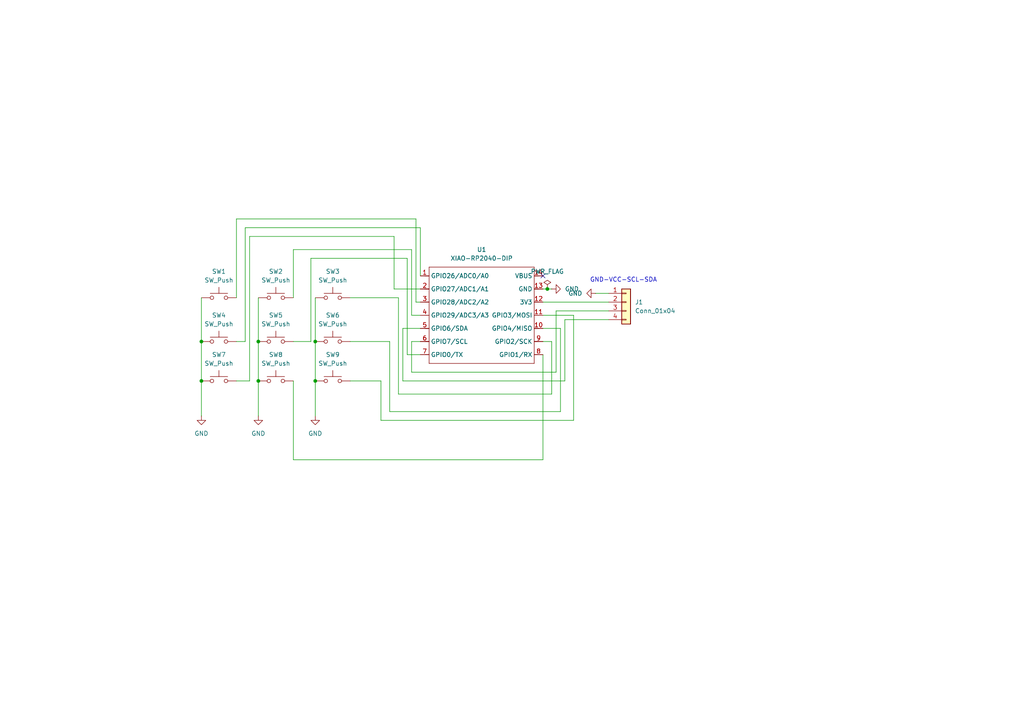
<source format=kicad_sch>
(kicad_sch
	(version 20250114)
	(generator "eeschema")
	(generator_version "9.0")
	(uuid "2e3b6c45-9207-4399-bbda-e4aa1ff54f57")
	(paper "A4")
	(lib_symbols
		(symbol "Connector_Generic:Conn_01x04"
			(pin_names
				(offset 1.016)
				(hide yes)
			)
			(exclude_from_sim no)
			(in_bom yes)
			(on_board yes)
			(property "Reference" "J"
				(at 0 5.08 0)
				(effects
					(font
						(size 1.27 1.27)
					)
				)
			)
			(property "Value" "Conn_01x04"
				(at 0 -7.62 0)
				(effects
					(font
						(size 1.27 1.27)
					)
				)
			)
			(property "Footprint" ""
				(at 0 0 0)
				(effects
					(font
						(size 1.27 1.27)
					)
					(hide yes)
				)
			)
			(property "Datasheet" "~"
				(at 0 0 0)
				(effects
					(font
						(size 1.27 1.27)
					)
					(hide yes)
				)
			)
			(property "Description" "Generic connector, single row, 01x04, script generated (kicad-library-utils/schlib/autogen/connector/)"
				(at 0 0 0)
				(effects
					(font
						(size 1.27 1.27)
					)
					(hide yes)
				)
			)
			(property "ki_keywords" "connector"
				(at 0 0 0)
				(effects
					(font
						(size 1.27 1.27)
					)
					(hide yes)
				)
			)
			(property "ki_fp_filters" "Connector*:*_1x??_*"
				(at 0 0 0)
				(effects
					(font
						(size 1.27 1.27)
					)
					(hide yes)
				)
			)
			(symbol "Conn_01x04_1_1"
				(rectangle
					(start -1.27 3.81)
					(end 1.27 -6.35)
					(stroke
						(width 0.254)
						(type default)
					)
					(fill
						(type background)
					)
				)
				(rectangle
					(start -1.27 2.667)
					(end 0 2.413)
					(stroke
						(width 0.1524)
						(type default)
					)
					(fill
						(type none)
					)
				)
				(rectangle
					(start -1.27 0.127)
					(end 0 -0.127)
					(stroke
						(width 0.1524)
						(type default)
					)
					(fill
						(type none)
					)
				)
				(rectangle
					(start -1.27 -2.413)
					(end 0 -2.667)
					(stroke
						(width 0.1524)
						(type default)
					)
					(fill
						(type none)
					)
				)
				(rectangle
					(start -1.27 -4.953)
					(end 0 -5.207)
					(stroke
						(width 0.1524)
						(type default)
					)
					(fill
						(type none)
					)
				)
				(pin passive line
					(at -5.08 2.54 0)
					(length 3.81)
					(name "Pin_1"
						(effects
							(font
								(size 1.27 1.27)
							)
						)
					)
					(number "1"
						(effects
							(font
								(size 1.27 1.27)
							)
						)
					)
				)
				(pin passive line
					(at -5.08 0 0)
					(length 3.81)
					(name "Pin_2"
						(effects
							(font
								(size 1.27 1.27)
							)
						)
					)
					(number "2"
						(effects
							(font
								(size 1.27 1.27)
							)
						)
					)
				)
				(pin passive line
					(at -5.08 -2.54 0)
					(length 3.81)
					(name "Pin_3"
						(effects
							(font
								(size 1.27 1.27)
							)
						)
					)
					(number "3"
						(effects
							(font
								(size 1.27 1.27)
							)
						)
					)
				)
				(pin passive line
					(at -5.08 -5.08 0)
					(length 3.81)
					(name "Pin_4"
						(effects
							(font
								(size 1.27 1.27)
							)
						)
					)
					(number "4"
						(effects
							(font
								(size 1.27 1.27)
							)
						)
					)
				)
			)
			(embedded_fonts no)
		)
		(symbol "Switch:SW_Push"
			(pin_numbers
				(hide yes)
			)
			(pin_names
				(offset 1.016)
				(hide yes)
			)
			(exclude_from_sim no)
			(in_bom yes)
			(on_board yes)
			(property "Reference" "SW"
				(at 1.27 2.54 0)
				(effects
					(font
						(size 1.27 1.27)
					)
					(justify left)
				)
			)
			(property "Value" "SW_Push"
				(at 0 -1.524 0)
				(effects
					(font
						(size 1.27 1.27)
					)
				)
			)
			(property "Footprint" ""
				(at 0 5.08 0)
				(effects
					(font
						(size 1.27 1.27)
					)
					(hide yes)
				)
			)
			(property "Datasheet" "~"
				(at 0 5.08 0)
				(effects
					(font
						(size 1.27 1.27)
					)
					(hide yes)
				)
			)
			(property "Description" "Push button switch, generic, two pins"
				(at 0 0 0)
				(effects
					(font
						(size 1.27 1.27)
					)
					(hide yes)
				)
			)
			(property "ki_keywords" "switch normally-open pushbutton push-button"
				(at 0 0 0)
				(effects
					(font
						(size 1.27 1.27)
					)
					(hide yes)
				)
			)
			(symbol "SW_Push_0_1"
				(circle
					(center -2.032 0)
					(radius 0.508)
					(stroke
						(width 0)
						(type default)
					)
					(fill
						(type none)
					)
				)
				(polyline
					(pts
						(xy 0 1.27) (xy 0 3.048)
					)
					(stroke
						(width 0)
						(type default)
					)
					(fill
						(type none)
					)
				)
				(circle
					(center 2.032 0)
					(radius 0.508)
					(stroke
						(width 0)
						(type default)
					)
					(fill
						(type none)
					)
				)
				(polyline
					(pts
						(xy 2.54 1.27) (xy -2.54 1.27)
					)
					(stroke
						(width 0)
						(type default)
					)
					(fill
						(type none)
					)
				)
				(pin passive line
					(at -5.08 0 0)
					(length 2.54)
					(name "1"
						(effects
							(font
								(size 1.27 1.27)
							)
						)
					)
					(number "1"
						(effects
							(font
								(size 1.27 1.27)
							)
						)
					)
				)
				(pin passive line
					(at 5.08 0 180)
					(length 2.54)
					(name "2"
						(effects
							(font
								(size 1.27 1.27)
							)
						)
					)
					(number "2"
						(effects
							(font
								(size 1.27 1.27)
							)
						)
					)
				)
			)
			(embedded_fonts no)
		)
		(symbol "gethin_symbols:XIAO-RP2040-DIP"
			(exclude_from_sim no)
			(in_bom yes)
			(on_board yes)
			(property "Reference" "U"
				(at 0 0 0)
				(effects
					(font
						(size 1.27 1.27)
					)
				)
			)
			(property "Value" "XIAO-RP2040-DIP"
				(at 5.334 -1.778 0)
				(effects
					(font
						(size 1.27 1.27)
					)
				)
			)
			(property "Footprint" "Module:MOUDLE14P-XIAO-DIP-SMD"
				(at 14.478 -32.258 0)
				(effects
					(font
						(size 1.27 1.27)
					)
					(hide yes)
				)
			)
			(property "Datasheet" ""
				(at 0 0 0)
				(effects
					(font
						(size 1.27 1.27)
					)
					(hide yes)
				)
			)
			(property "Description" ""
				(at 0 0 0)
				(effects
					(font
						(size 1.27 1.27)
					)
					(hide yes)
				)
			)
			(symbol "XIAO-RP2040-DIP_1_0"
				(polyline
					(pts
						(xy -1.27 -2.54) (xy 29.21 -2.54)
					)
					(stroke
						(width 0.1524)
						(type solid)
					)
					(fill
						(type none)
					)
				)
				(polyline
					(pts
						(xy -1.27 -5.08) (xy -2.54 -5.08)
					)
					(stroke
						(width 0.1524)
						(type solid)
					)
					(fill
						(type none)
					)
				)
				(polyline
					(pts
						(xy -1.27 -5.08) (xy -1.27 -2.54)
					)
					(stroke
						(width 0.1524)
						(type solid)
					)
					(fill
						(type none)
					)
				)
				(polyline
					(pts
						(xy -1.27 -8.89) (xy -2.54 -8.89)
					)
					(stroke
						(width 0.1524)
						(type solid)
					)
					(fill
						(type none)
					)
				)
				(polyline
					(pts
						(xy -1.27 -8.89) (xy -1.27 -5.08)
					)
					(stroke
						(width 0.1524)
						(type solid)
					)
					(fill
						(type none)
					)
				)
				(polyline
					(pts
						(xy -1.27 -12.7) (xy -2.54 -12.7)
					)
					(stroke
						(width 0.1524)
						(type solid)
					)
					(fill
						(type none)
					)
				)
				(polyline
					(pts
						(xy -1.27 -12.7) (xy -1.27 -8.89)
					)
					(stroke
						(width 0.1524)
						(type solid)
					)
					(fill
						(type none)
					)
				)
				(polyline
					(pts
						(xy -1.27 -16.51) (xy -2.54 -16.51)
					)
					(stroke
						(width 0.1524)
						(type solid)
					)
					(fill
						(type none)
					)
				)
				(polyline
					(pts
						(xy -1.27 -16.51) (xy -1.27 -12.7)
					)
					(stroke
						(width 0.1524)
						(type solid)
					)
					(fill
						(type none)
					)
				)
				(polyline
					(pts
						(xy -1.27 -20.32) (xy -2.54 -20.32)
					)
					(stroke
						(width 0.1524)
						(type solid)
					)
					(fill
						(type none)
					)
				)
				(polyline
					(pts
						(xy -1.27 -24.13) (xy -2.54 -24.13)
					)
					(stroke
						(width 0.1524)
						(type solid)
					)
					(fill
						(type none)
					)
				)
				(polyline
					(pts
						(xy -1.27 -27.94) (xy -2.54 -27.94)
					)
					(stroke
						(width 0.1524)
						(type solid)
					)
					(fill
						(type none)
					)
				)
				(polyline
					(pts
						(xy -1.27 -30.48) (xy -1.27 -16.51)
					)
					(stroke
						(width 0.1524)
						(type solid)
					)
					(fill
						(type none)
					)
				)
				(polyline
					(pts
						(xy 29.21 -2.54) (xy 29.21 -5.08)
					)
					(stroke
						(width 0.1524)
						(type solid)
					)
					(fill
						(type none)
					)
				)
				(polyline
					(pts
						(xy 29.21 -5.08) (xy 29.21 -8.89)
					)
					(stroke
						(width 0.1524)
						(type solid)
					)
					(fill
						(type none)
					)
				)
				(polyline
					(pts
						(xy 29.21 -8.89) (xy 29.21 -12.7)
					)
					(stroke
						(width 0.1524)
						(type solid)
					)
					(fill
						(type none)
					)
				)
				(polyline
					(pts
						(xy 29.21 -12.7) (xy 29.21 -30.48)
					)
					(stroke
						(width 0.1524)
						(type solid)
					)
					(fill
						(type none)
					)
				)
				(polyline
					(pts
						(xy 29.21 -30.48) (xy -1.27 -30.48)
					)
					(stroke
						(width 0.1524)
						(type solid)
					)
					(fill
						(type none)
					)
				)
				(polyline
					(pts
						(xy 30.48 -5.08) (xy 29.21 -5.08)
					)
					(stroke
						(width 0.1524)
						(type solid)
					)
					(fill
						(type none)
					)
				)
				(polyline
					(pts
						(xy 30.48 -8.89) (xy 29.21 -8.89)
					)
					(stroke
						(width 0.1524)
						(type solid)
					)
					(fill
						(type none)
					)
				)
				(polyline
					(pts
						(xy 30.48 -12.7) (xy 29.21 -12.7)
					)
					(stroke
						(width 0.1524)
						(type solid)
					)
					(fill
						(type none)
					)
				)
				(polyline
					(pts
						(xy 30.48 -16.51) (xy 29.21 -16.51)
					)
					(stroke
						(width 0.1524)
						(type solid)
					)
					(fill
						(type none)
					)
				)
				(polyline
					(pts
						(xy 30.48 -20.32) (xy 29.21 -20.32)
					)
					(stroke
						(width 0.1524)
						(type solid)
					)
					(fill
						(type none)
					)
				)
				(polyline
					(pts
						(xy 30.48 -24.13) (xy 29.21 -24.13)
					)
					(stroke
						(width 0.1524)
						(type solid)
					)
					(fill
						(type none)
					)
				)
				(polyline
					(pts
						(xy 30.48 -27.94) (xy 29.21 -27.94)
					)
					(stroke
						(width 0.1524)
						(type solid)
					)
					(fill
						(type none)
					)
				)
				(pin passive line
					(at -3.81 -5.08 0)
					(length 2.54)
					(name "GPIO26/ADC0/A0"
						(effects
							(font
								(size 1.27 1.27)
							)
						)
					)
					(number "1"
						(effects
							(font
								(size 1.27 1.27)
							)
						)
					)
				)
				(pin passive line
					(at -3.81 -8.89 0)
					(length 2.54)
					(name "GPIO27/ADC1/A1"
						(effects
							(font
								(size 1.27 1.27)
							)
						)
					)
					(number "2"
						(effects
							(font
								(size 1.27 1.27)
							)
						)
					)
				)
				(pin passive line
					(at -3.81 -12.7 0)
					(length 2.54)
					(name "GPIO28/ADC2/A2"
						(effects
							(font
								(size 1.27 1.27)
							)
						)
					)
					(number "3"
						(effects
							(font
								(size 1.27 1.27)
							)
						)
					)
				)
				(pin passive line
					(at -3.81 -16.51 0)
					(length 2.54)
					(name "GPIO29/ADC3/A3"
						(effects
							(font
								(size 1.27 1.27)
							)
						)
					)
					(number "4"
						(effects
							(font
								(size 1.27 1.27)
							)
						)
					)
				)
				(pin passive line
					(at -3.81 -20.32 0)
					(length 2.54)
					(name "GPIO6/SDA"
						(effects
							(font
								(size 1.27 1.27)
							)
						)
					)
					(number "5"
						(effects
							(font
								(size 1.27 1.27)
							)
						)
					)
				)
				(pin passive line
					(at -3.81 -24.13 0)
					(length 2.54)
					(name "GPIO7/SCL"
						(effects
							(font
								(size 1.27 1.27)
							)
						)
					)
					(number "6"
						(effects
							(font
								(size 1.27 1.27)
							)
						)
					)
				)
				(pin passive line
					(at -3.81 -27.94 0)
					(length 2.54)
					(name "GPIO0/TX"
						(effects
							(font
								(size 1.27 1.27)
							)
						)
					)
					(number "7"
						(effects
							(font
								(size 1.27 1.27)
							)
						)
					)
				)
				(pin passive line
					(at 31.75 -5.08 180)
					(length 2.54)
					(name "VBUS"
						(effects
							(font
								(size 1.27 1.27)
							)
						)
					)
					(number "14"
						(effects
							(font
								(size 1.27 1.27)
							)
						)
					)
				)
				(pin passive line
					(at 31.75 -8.89 180)
					(length 2.54)
					(name "GND"
						(effects
							(font
								(size 1.27 1.27)
							)
						)
					)
					(number "13"
						(effects
							(font
								(size 1.27 1.27)
							)
						)
					)
				)
				(pin passive line
					(at 31.75 -12.7 180)
					(length 2.54)
					(name "3V3"
						(effects
							(font
								(size 1.27 1.27)
							)
						)
					)
					(number "12"
						(effects
							(font
								(size 1.27 1.27)
							)
						)
					)
				)
				(pin passive line
					(at 31.75 -16.51 180)
					(length 2.54)
					(name "GPIO3/MOSI"
						(effects
							(font
								(size 1.27 1.27)
							)
						)
					)
					(number "11"
						(effects
							(font
								(size 1.27 1.27)
							)
						)
					)
				)
				(pin passive line
					(at 31.75 -20.32 180)
					(length 2.54)
					(name "GPIO4/MISO"
						(effects
							(font
								(size 1.27 1.27)
							)
						)
					)
					(number "10"
						(effects
							(font
								(size 1.27 1.27)
							)
						)
					)
				)
				(pin passive line
					(at 31.75 -24.13 180)
					(length 2.54)
					(name "GPIO2/SCK"
						(effects
							(font
								(size 1.27 1.27)
							)
						)
					)
					(number "9"
						(effects
							(font
								(size 1.27 1.27)
							)
						)
					)
				)
				(pin passive line
					(at 31.75 -27.94 180)
					(length 2.54)
					(name "GPIO1/RX"
						(effects
							(font
								(size 1.27 1.27)
							)
						)
					)
					(number "8"
						(effects
							(font
								(size 1.27 1.27)
							)
						)
					)
				)
			)
			(embedded_fonts no)
		)
		(symbol "power:GND"
			(power)
			(pin_numbers
				(hide yes)
			)
			(pin_names
				(offset 0)
				(hide yes)
			)
			(exclude_from_sim no)
			(in_bom yes)
			(on_board yes)
			(property "Reference" "#PWR"
				(at 0 -6.35 0)
				(effects
					(font
						(size 1.27 1.27)
					)
					(hide yes)
				)
			)
			(property "Value" "GND"
				(at 0 -3.81 0)
				(effects
					(font
						(size 1.27 1.27)
					)
				)
			)
			(property "Footprint" ""
				(at 0 0 0)
				(effects
					(font
						(size 1.27 1.27)
					)
					(hide yes)
				)
			)
			(property "Datasheet" ""
				(at 0 0 0)
				(effects
					(font
						(size 1.27 1.27)
					)
					(hide yes)
				)
			)
			(property "Description" "Power symbol creates a global label with name \"GND\" , ground"
				(at 0 0 0)
				(effects
					(font
						(size 1.27 1.27)
					)
					(hide yes)
				)
			)
			(property "ki_keywords" "global power"
				(at 0 0 0)
				(effects
					(font
						(size 1.27 1.27)
					)
					(hide yes)
				)
			)
			(symbol "GND_0_1"
				(polyline
					(pts
						(xy 0 0) (xy 0 -1.27) (xy 1.27 -1.27) (xy 0 -2.54) (xy -1.27 -1.27) (xy 0 -1.27)
					)
					(stroke
						(width 0)
						(type default)
					)
					(fill
						(type none)
					)
				)
			)
			(symbol "GND_1_1"
				(pin power_in line
					(at 0 0 270)
					(length 0)
					(name "~"
						(effects
							(font
								(size 1.27 1.27)
							)
						)
					)
					(number "1"
						(effects
							(font
								(size 1.27 1.27)
							)
						)
					)
				)
			)
			(embedded_fonts no)
		)
		(symbol "power:PWR_FLAG"
			(power)
			(pin_numbers
				(hide yes)
			)
			(pin_names
				(offset 0)
				(hide yes)
			)
			(exclude_from_sim no)
			(in_bom yes)
			(on_board yes)
			(property "Reference" "#FLG"
				(at 0 1.905 0)
				(effects
					(font
						(size 1.27 1.27)
					)
					(hide yes)
				)
			)
			(property "Value" "PWR_FLAG"
				(at 0 3.81 0)
				(effects
					(font
						(size 1.27 1.27)
					)
				)
			)
			(property "Footprint" ""
				(at 0 0 0)
				(effects
					(font
						(size 1.27 1.27)
					)
					(hide yes)
				)
			)
			(property "Datasheet" "~"
				(at 0 0 0)
				(effects
					(font
						(size 1.27 1.27)
					)
					(hide yes)
				)
			)
			(property "Description" "Special symbol for telling ERC where power comes from"
				(at 0 0 0)
				(effects
					(font
						(size 1.27 1.27)
					)
					(hide yes)
				)
			)
			(property "ki_keywords" "flag power"
				(at 0 0 0)
				(effects
					(font
						(size 1.27 1.27)
					)
					(hide yes)
				)
			)
			(symbol "PWR_FLAG_0_0"
				(pin power_out line
					(at 0 0 90)
					(length 0)
					(name "~"
						(effects
							(font
								(size 1.27 1.27)
							)
						)
					)
					(number "1"
						(effects
							(font
								(size 1.27 1.27)
							)
						)
					)
				)
			)
			(symbol "PWR_FLAG_0_1"
				(polyline
					(pts
						(xy 0 0) (xy 0 1.27) (xy -1.016 1.905) (xy 0 2.54) (xy 1.016 1.905) (xy 0 1.27)
					)
					(stroke
						(width 0)
						(type default)
					)
					(fill
						(type none)
					)
				)
			)
			(embedded_fonts no)
		)
	)
	(text "GND-VCC-SCL-SDA\n"
		(exclude_from_sim no)
		(at 180.848 81.28 0)
		(effects
			(font
				(size 1.27 1.27)
			)
		)
		(uuid "508111f0-44db-474b-a5af-f1aaa2839190")
	)
	(junction
		(at 91.44 99.06)
		(diameter 0)
		(color 0 0 0 0)
		(uuid "49c083f6-5d4e-49ac-88fe-201ce38a4ded")
	)
	(junction
		(at 74.93 99.06)
		(diameter 0)
		(color 0 0 0 0)
		(uuid "630875ae-be2f-4f12-8536-305f496d01a4")
	)
	(junction
		(at 74.93 110.49)
		(diameter 0)
		(color 0 0 0 0)
		(uuid "652ca8c3-a4f5-4669-a803-32779edeec52")
	)
	(junction
		(at 158.75 83.82)
		(diameter 0)
		(color 0 0 0 0)
		(uuid "7ce4fbcf-b0e5-4bc3-9e34-c6f5dacbc2e8")
	)
	(junction
		(at 58.42 99.06)
		(diameter 0)
		(color 0 0 0 0)
		(uuid "8de6aed8-fb68-4b69-8d48-a2cdc534d2c6")
	)
	(junction
		(at 58.42 110.49)
		(diameter 0)
		(color 0 0 0 0)
		(uuid "cc4fa666-c37b-4959-a0ff-74cd2e73116e")
	)
	(junction
		(at 91.44 110.49)
		(diameter 0)
		(color 0 0 0 0)
		(uuid "e1eab41b-287b-41ce-980a-4c3346eff43f")
	)
	(no_connect
		(at 157.48 80.01)
		(uuid "708808a1-77bf-42af-8f48-1349943e64f7")
	)
	(wire
		(pts
			(xy 172.72 85.09) (xy 176.53 85.09)
		)
		(stroke
			(width 0)
			(type default)
		)
		(uuid "025fe7c9-b449-4713-8457-314a11fe9894")
	)
	(wire
		(pts
			(xy 91.44 99.06) (xy 91.44 110.49)
		)
		(stroke
			(width 0)
			(type default)
		)
		(uuid "047a1bd8-244f-4182-aab8-36516f34d011")
	)
	(wire
		(pts
			(xy 68.58 110.49) (xy 72.39 110.49)
		)
		(stroke
			(width 0)
			(type default)
		)
		(uuid "05227baa-d2ea-4ba5-84c4-1befb24b91aa")
	)
	(wire
		(pts
			(xy 85.09 133.35) (xy 157.48 133.35)
		)
		(stroke
			(width 0)
			(type default)
		)
		(uuid "05cba8af-46d4-4106-b43b-40d8ba5bf1df")
	)
	(wire
		(pts
			(xy 119.38 72.39) (xy 119.38 91.44)
		)
		(stroke
			(width 0)
			(type default)
		)
		(uuid "06ae98f5-485a-4a0d-8a60-5a5f3182e54a")
	)
	(wire
		(pts
			(xy 90.17 74.93) (xy 118.11 74.93)
		)
		(stroke
			(width 0)
			(type default)
		)
		(uuid "09a1380f-8c21-4286-8864-dce7a5bc4c67")
	)
	(wire
		(pts
			(xy 116.84 110.49) (xy 116.84 95.25)
		)
		(stroke
			(width 0)
			(type default)
		)
		(uuid "0aaadf57-65a1-42a9-94ce-870f4ebd70e1")
	)
	(wire
		(pts
			(xy 157.48 87.63) (xy 176.53 87.63)
		)
		(stroke
			(width 0)
			(type default)
		)
		(uuid "151f0b28-505f-4b12-9c14-e9a09af722af")
	)
	(wire
		(pts
			(xy 163.83 92.71) (xy 163.83 110.49)
		)
		(stroke
			(width 0)
			(type default)
		)
		(uuid "17bdc93a-807c-4018-a8c0-6bbb01a73afe")
	)
	(wire
		(pts
			(xy 71.12 99.06) (xy 71.12 66.04)
		)
		(stroke
			(width 0)
			(type default)
		)
		(uuid "19ea8b33-46b7-4058-8334-3436c6969f9b")
	)
	(wire
		(pts
			(xy 85.09 99.06) (xy 90.17 99.06)
		)
		(stroke
			(width 0)
			(type default)
		)
		(uuid "1bd0433f-0e50-4be9-aded-a65d14cc9be3")
	)
	(wire
		(pts
			(xy 118.11 102.87) (xy 121.92 102.87)
		)
		(stroke
			(width 0)
			(type default)
		)
		(uuid "1c163637-1809-41fd-a582-33cb14b70fbd")
	)
	(wire
		(pts
			(xy 119.38 99.06) (xy 121.92 99.06)
		)
		(stroke
			(width 0)
			(type default)
		)
		(uuid "1c93fc22-e36e-4ec9-b194-1e3f5ace40c5")
	)
	(wire
		(pts
			(xy 162.56 119.38) (xy 162.56 95.25)
		)
		(stroke
			(width 0)
			(type default)
		)
		(uuid "1e3c74c6-919d-41c9-883b-a4ae0005ad26")
	)
	(wire
		(pts
			(xy 119.38 91.44) (xy 121.92 91.44)
		)
		(stroke
			(width 0)
			(type default)
		)
		(uuid "1ec9ae61-fca4-415a-8654-5bbb84c30735")
	)
	(wire
		(pts
			(xy 161.29 90.17) (xy 161.29 107.95)
		)
		(stroke
			(width 0)
			(type default)
		)
		(uuid "294467e8-a9dc-4c8e-ab1f-0bbed17d8bc7")
	)
	(wire
		(pts
			(xy 113.03 119.38) (xy 162.56 119.38)
		)
		(stroke
			(width 0)
			(type default)
		)
		(uuid "2c375365-8329-4854-a9a9-47ec32cf030c")
	)
	(wire
		(pts
			(xy 58.42 110.49) (xy 58.42 120.65)
		)
		(stroke
			(width 0)
			(type default)
		)
		(uuid "2e9f59cc-efe9-4272-bc5c-f8c8c08a606b")
	)
	(wire
		(pts
			(xy 114.3 83.82) (xy 121.92 83.82)
		)
		(stroke
			(width 0)
			(type default)
		)
		(uuid "39756b0a-3b21-40e2-8557-a2245bc10891")
	)
	(wire
		(pts
			(xy 58.42 86.36) (xy 58.42 99.06)
		)
		(stroke
			(width 0)
			(type default)
		)
		(uuid "42d2d543-bea1-49b2-85d6-894af02e540f")
	)
	(wire
		(pts
			(xy 115.57 86.36) (xy 115.57 114.3)
		)
		(stroke
			(width 0)
			(type default)
		)
		(uuid "4576ad19-9873-44f7-baec-e88f112c3da9")
	)
	(wire
		(pts
			(xy 157.48 83.82) (xy 158.75 83.82)
		)
		(stroke
			(width 0)
			(type default)
		)
		(uuid "48c57232-db82-41f3-a731-0f8ced0c5e1b")
	)
	(wire
		(pts
			(xy 119.38 107.95) (xy 119.38 99.06)
		)
		(stroke
			(width 0)
			(type default)
		)
		(uuid "4b28f9a6-469f-43bf-9edb-5672a3181b2d")
	)
	(wire
		(pts
			(xy 72.39 110.49) (xy 72.39 68.58)
		)
		(stroke
			(width 0)
			(type default)
		)
		(uuid "543d01ef-7ce7-44ec-ae52-c8ecc94bb03a")
	)
	(wire
		(pts
			(xy 115.57 114.3) (xy 160.02 114.3)
		)
		(stroke
			(width 0)
			(type default)
		)
		(uuid "5cec167b-5ff8-4131-a067-49d46bc403f3")
	)
	(wire
		(pts
			(xy 120.65 63.5) (xy 120.65 87.63)
		)
		(stroke
			(width 0)
			(type default)
		)
		(uuid "5e249349-2e42-492d-85b2-82e51c9dace7")
	)
	(wire
		(pts
			(xy 68.58 99.06) (xy 71.12 99.06)
		)
		(stroke
			(width 0)
			(type default)
		)
		(uuid "652ec845-03fc-41e5-9e3d-6362ba01ccd7")
	)
	(wire
		(pts
			(xy 166.37 121.92) (xy 166.37 91.44)
		)
		(stroke
			(width 0)
			(type default)
		)
		(uuid "657d0246-b7c0-47e8-a1e4-cab7b734aeff")
	)
	(wire
		(pts
			(xy 110.49 110.49) (xy 110.49 121.92)
		)
		(stroke
			(width 0)
			(type default)
		)
		(uuid "678de3a3-bf37-40bc-b386-3ed8099edecc")
	)
	(wire
		(pts
			(xy 68.58 86.36) (xy 68.58 63.5)
		)
		(stroke
			(width 0)
			(type default)
		)
		(uuid "6922c75d-6065-477c-8d61-f7d93b079898")
	)
	(wire
		(pts
			(xy 176.53 92.71) (xy 163.83 92.71)
		)
		(stroke
			(width 0)
			(type default)
		)
		(uuid "69ed0dec-4913-4460-9bb1-ae97e1f130e1")
	)
	(wire
		(pts
			(xy 74.93 99.06) (xy 74.93 110.49)
		)
		(stroke
			(width 0)
			(type default)
		)
		(uuid "71e8ef2a-8630-49cd-a202-584c34443b6a")
	)
	(wire
		(pts
			(xy 85.09 72.39) (xy 119.38 72.39)
		)
		(stroke
			(width 0)
			(type default)
		)
		(uuid "8ab0e2ac-4b1c-425a-8d84-af9f73af76d5")
	)
	(wire
		(pts
			(xy 71.12 66.04) (xy 121.92 66.04)
		)
		(stroke
			(width 0)
			(type default)
		)
		(uuid "8af14e99-905c-4787-8a25-0c348c8d8cf8")
	)
	(wire
		(pts
			(xy 74.93 110.49) (xy 74.93 120.65)
		)
		(stroke
			(width 0)
			(type default)
		)
		(uuid "8df6a70f-e1c1-4cdc-9d6f-f6f86443da2c")
	)
	(wire
		(pts
			(xy 68.58 63.5) (xy 120.65 63.5)
		)
		(stroke
			(width 0)
			(type default)
		)
		(uuid "a07cbcae-9f93-4c71-a972-88d0f771b0c3")
	)
	(wire
		(pts
			(xy 118.11 74.93) (xy 118.11 102.87)
		)
		(stroke
			(width 0)
			(type default)
		)
		(uuid "a6d604b9-bc6b-4468-ae86-08c66f40c8a4")
	)
	(wire
		(pts
			(xy 101.6 110.49) (xy 110.49 110.49)
		)
		(stroke
			(width 0)
			(type default)
		)
		(uuid "b369899c-a1a5-455e-acb8-90c868325bc2")
	)
	(wire
		(pts
			(xy 162.56 95.25) (xy 157.48 95.25)
		)
		(stroke
			(width 0)
			(type default)
		)
		(uuid "b70b3cb0-b981-4c0a-be80-b5e356286ebc")
	)
	(wire
		(pts
			(xy 85.09 86.36) (xy 85.09 72.39)
		)
		(stroke
			(width 0)
			(type default)
		)
		(uuid "b756e0ce-0bb7-4258-b1b5-65baba3e48d9")
	)
	(wire
		(pts
			(xy 166.37 91.44) (xy 157.48 91.44)
		)
		(stroke
			(width 0)
			(type default)
		)
		(uuid "bf13633c-211f-4dfd-ac66-497b2df4d920")
	)
	(wire
		(pts
			(xy 163.83 110.49) (xy 116.84 110.49)
		)
		(stroke
			(width 0)
			(type default)
		)
		(uuid "bff947af-b182-4d96-a458-eca791d52e87")
	)
	(wire
		(pts
			(xy 85.09 110.49) (xy 85.09 133.35)
		)
		(stroke
			(width 0)
			(type default)
		)
		(uuid "c0f17321-3f8b-4b87-b9d1-a46363f000d5")
	)
	(wire
		(pts
			(xy 120.65 87.63) (xy 121.92 87.63)
		)
		(stroke
			(width 0)
			(type default)
		)
		(uuid "c47d30e9-3deb-4a07-9860-9b30d9d94921")
	)
	(wire
		(pts
			(xy 113.03 99.06) (xy 113.03 119.38)
		)
		(stroke
			(width 0)
			(type default)
		)
		(uuid "c8a02ba2-d709-4abe-9432-e681e9f78533")
	)
	(wire
		(pts
			(xy 91.44 110.49) (xy 91.44 120.65)
		)
		(stroke
			(width 0)
			(type default)
		)
		(uuid "ce021d4b-fc70-4a1f-b1b6-a2049e00fcfd")
	)
	(wire
		(pts
			(xy 101.6 86.36) (xy 115.57 86.36)
		)
		(stroke
			(width 0)
			(type default)
		)
		(uuid "d042ea87-996d-428d-90d9-63b4fba90b37")
	)
	(wire
		(pts
			(xy 160.02 114.3) (xy 160.02 99.06)
		)
		(stroke
			(width 0)
			(type default)
		)
		(uuid "d7d10726-908e-47d2-8020-750e9abe6315")
	)
	(wire
		(pts
			(xy 91.44 86.36) (xy 91.44 99.06)
		)
		(stroke
			(width 0)
			(type default)
		)
		(uuid "d87259f8-8f62-470c-a7c7-cfeb9ec9843c")
	)
	(wire
		(pts
			(xy 72.39 68.58) (xy 114.3 68.58)
		)
		(stroke
			(width 0)
			(type default)
		)
		(uuid "d965997c-727a-4b13-b57e-ba40074e8353")
	)
	(wire
		(pts
			(xy 58.42 99.06) (xy 58.42 110.49)
		)
		(stroke
			(width 0)
			(type default)
		)
		(uuid "da58394a-6727-4052-a873-9abbe5f91653")
	)
	(wire
		(pts
			(xy 160.02 99.06) (xy 157.48 99.06)
		)
		(stroke
			(width 0)
			(type default)
		)
		(uuid "da93661e-dce0-4338-9243-2d2ff673aad0")
	)
	(wire
		(pts
			(xy 176.53 90.17) (xy 161.29 90.17)
		)
		(stroke
			(width 0)
			(type default)
		)
		(uuid "e005cef1-5a35-4f08-9104-2ce7d655c46d")
	)
	(wire
		(pts
			(xy 101.6 99.06) (xy 113.03 99.06)
		)
		(stroke
			(width 0)
			(type default)
		)
		(uuid "e4876f83-f9e6-4a30-b0c0-48779f5f4000")
	)
	(wire
		(pts
			(xy 121.92 66.04) (xy 121.92 80.01)
		)
		(stroke
			(width 0)
			(type default)
		)
		(uuid "e4a4f63f-c7a9-4ee5-a056-1dbd2863e26c")
	)
	(wire
		(pts
			(xy 158.75 83.82) (xy 160.02 83.82)
		)
		(stroke
			(width 0)
			(type default)
		)
		(uuid "e4a9d224-2bd2-4014-9c0d-473d69b5041d")
	)
	(wire
		(pts
			(xy 116.84 95.25) (xy 121.92 95.25)
		)
		(stroke
			(width 0)
			(type default)
		)
		(uuid "e598342a-c678-48a4-b5ed-0abceed2e11e")
	)
	(wire
		(pts
			(xy 114.3 68.58) (xy 114.3 83.82)
		)
		(stroke
			(width 0)
			(type default)
		)
		(uuid "e9cde443-0955-4de5-b30a-244be8229829")
	)
	(wire
		(pts
			(xy 161.29 107.95) (xy 119.38 107.95)
		)
		(stroke
			(width 0)
			(type default)
		)
		(uuid "eb8b334c-9276-4fca-b961-b5f00dc0bafe")
	)
	(wire
		(pts
			(xy 157.48 133.35) (xy 157.48 102.87)
		)
		(stroke
			(width 0)
			(type default)
		)
		(uuid "f001bdd0-e521-47bd-95bf-efad0f368fe9")
	)
	(wire
		(pts
			(xy 90.17 99.06) (xy 90.17 74.93)
		)
		(stroke
			(width 0)
			(type default)
		)
		(uuid "f4d954de-4f42-4b96-af6a-7fbb97ddc951")
	)
	(wire
		(pts
			(xy 74.93 86.36) (xy 74.93 99.06)
		)
		(stroke
			(width 0)
			(type default)
		)
		(uuid "f64cb64d-cb8c-4b39-9440-389d46d1f72e")
	)
	(wire
		(pts
			(xy 110.49 121.92) (xy 166.37 121.92)
		)
		(stroke
			(width 0)
			(type default)
		)
		(uuid "feb1f1cc-e0ea-46bf-a55c-dac4a7af1afd")
	)
	(symbol
		(lib_id "Switch:SW_Push")
		(at 96.52 110.49 0)
		(unit 1)
		(exclude_from_sim no)
		(in_bom yes)
		(on_board yes)
		(dnp no)
		(fields_autoplaced yes)
		(uuid "0daab108-2577-44d6-8278-f7c7c8dbcbd7")
		(property "Reference" "SW9"
			(at 96.52 102.87 0)
			(effects
				(font
					(size 1.27 1.27)
				)
			)
		)
		(property "Value" "SW_Push"
			(at 96.52 105.41 0)
			(effects
				(font
					(size 1.27 1.27)
				)
			)
		)
		(property "Footprint" "Button_Switch_Keyboard:SW_Cherry_MX_1.00u_PCB"
			(at 96.52 105.41 0)
			(effects
				(font
					(size 1.27 1.27)
				)
				(hide yes)
			)
		)
		(property "Datasheet" "~"
			(at 96.52 105.41 0)
			(effects
				(font
					(size 1.27 1.27)
				)
				(hide yes)
			)
		)
		(property "Description" "Push button switch, generic, two pins"
			(at 96.52 110.49 0)
			(effects
				(font
					(size 1.27 1.27)
				)
				(hide yes)
			)
		)
		(pin "1"
			(uuid "42c31679-be44-4c13-8ff5-4d91646295ea")
		)
		(pin "2"
			(uuid "8325a5f8-b358-49d8-9af5-0b9a465fc479")
		)
		(instances
			(project ""
				(path "/2e3b6c45-9207-4399-bbda-e4aa1ff54f57"
					(reference "SW9")
					(unit 1)
				)
			)
		)
	)
	(symbol
		(lib_id "Switch:SW_Push")
		(at 63.5 86.36 0)
		(unit 1)
		(exclude_from_sim no)
		(in_bom yes)
		(on_board yes)
		(dnp no)
		(fields_autoplaced yes)
		(uuid "5024d92c-374f-4db6-8a3e-ed513fb93575")
		(property "Reference" "SW1"
			(at 63.5 78.74 0)
			(effects
				(font
					(size 1.27 1.27)
				)
			)
		)
		(property "Value" "SW_Push"
			(at 63.5 81.28 0)
			(effects
				(font
					(size 1.27 1.27)
				)
			)
		)
		(property "Footprint" "Button_Switch_Keyboard:SW_Cherry_MX_1.00u_PCB"
			(at 63.5 81.28 0)
			(effects
				(font
					(size 1.27 1.27)
				)
				(hide yes)
			)
		)
		(property "Datasheet" "~"
			(at 63.5 81.28 0)
			(effects
				(font
					(size 1.27 1.27)
				)
				(hide yes)
			)
		)
		(property "Description" "Push button switch, generic, two pins"
			(at 63.5 86.36 0)
			(effects
				(font
					(size 1.27 1.27)
				)
				(hide yes)
			)
		)
		(pin "2"
			(uuid "e90c753b-d9ad-4a3e-86d7-d795317ccffc")
		)
		(pin "1"
			(uuid "65511d46-a919-42e2-90e0-a943d0a4cb6e")
		)
		(instances
			(project ""
				(path "/2e3b6c45-9207-4399-bbda-e4aa1ff54f57"
					(reference "SW1")
					(unit 1)
				)
			)
		)
	)
	(symbol
		(lib_id "power:GND")
		(at 74.93 120.65 0)
		(unit 1)
		(exclude_from_sim no)
		(in_bom yes)
		(on_board yes)
		(dnp no)
		(fields_autoplaced yes)
		(uuid "534ec9ae-8a77-485f-b15c-3716e3d50e84")
		(property "Reference" "#PWR04"
			(at 74.93 127 0)
			(effects
				(font
					(size 1.27 1.27)
				)
				(hide yes)
			)
		)
		(property "Value" "GND"
			(at 74.93 125.73 0)
			(effects
				(font
					(size 1.27 1.27)
				)
			)
		)
		(property "Footprint" ""
			(at 74.93 120.65 0)
			(effects
				(font
					(size 1.27 1.27)
				)
				(hide yes)
			)
		)
		(property "Datasheet" ""
			(at 74.93 120.65 0)
			(effects
				(font
					(size 1.27 1.27)
				)
				(hide yes)
			)
		)
		(property "Description" "Power symbol creates a global label with name \"GND\" , ground"
			(at 74.93 120.65 0)
			(effects
				(font
					(size 1.27 1.27)
				)
				(hide yes)
			)
		)
		(pin "1"
			(uuid "27a619d3-6c5b-49d6-9817-cdec419b5d1c")
		)
		(instances
			(project ""
				(path "/2e3b6c45-9207-4399-bbda-e4aa1ff54f57"
					(reference "#PWR04")
					(unit 1)
				)
			)
		)
	)
	(symbol
		(lib_id "power:PWR_FLAG")
		(at 158.75 83.82 0)
		(unit 1)
		(exclude_from_sim no)
		(in_bom yes)
		(on_board yes)
		(dnp no)
		(fields_autoplaced yes)
		(uuid "562beced-a805-4fe1-ba98-8afe45eb2847")
		(property "Reference" "#FLG01"
			(at 158.75 81.915 0)
			(effects
				(font
					(size 1.27 1.27)
				)
				(hide yes)
			)
		)
		(property "Value" "PWR_FLAG"
			(at 158.75 78.74 0)
			(effects
				(font
					(size 1.27 1.27)
				)
			)
		)
		(property "Footprint" ""
			(at 158.75 83.82 0)
			(effects
				(font
					(size 1.27 1.27)
				)
				(hide yes)
			)
		)
		(property "Datasheet" "~"
			(at 158.75 83.82 0)
			(effects
				(font
					(size 1.27 1.27)
				)
				(hide yes)
			)
		)
		(property "Description" "Special symbol for telling ERC where power comes from"
			(at 158.75 83.82 0)
			(effects
				(font
					(size 1.27 1.27)
				)
				(hide yes)
			)
		)
		(pin "1"
			(uuid "a9b83728-ef4d-4965-8aae-fb0fbf20c319")
		)
		(instances
			(project ""
				(path "/2e3b6c45-9207-4399-bbda-e4aa1ff54f57"
					(reference "#FLG01")
					(unit 1)
				)
			)
		)
	)
	(symbol
		(lib_id "Switch:SW_Push")
		(at 63.5 99.06 0)
		(unit 1)
		(exclude_from_sim no)
		(in_bom yes)
		(on_board yes)
		(dnp no)
		(fields_autoplaced yes)
		(uuid "567607c1-4cfc-4a0e-8339-37aab1a7a7d2")
		(property "Reference" "SW4"
			(at 63.5 91.44 0)
			(effects
				(font
					(size 1.27 1.27)
				)
			)
		)
		(property "Value" "SW_Push"
			(at 63.5 93.98 0)
			(effects
				(font
					(size 1.27 1.27)
				)
			)
		)
		(property "Footprint" "Button_Switch_Keyboard:SW_Cherry_MX_1.00u_PCB"
			(at 63.5 93.98 0)
			(effects
				(font
					(size 1.27 1.27)
				)
				(hide yes)
			)
		)
		(property "Datasheet" "~"
			(at 63.5 93.98 0)
			(effects
				(font
					(size 1.27 1.27)
				)
				(hide yes)
			)
		)
		(property "Description" "Push button switch, generic, two pins"
			(at 63.5 99.06 0)
			(effects
				(font
					(size 1.27 1.27)
				)
				(hide yes)
			)
		)
		(pin "2"
			(uuid "0c72275c-8a26-4b90-bfd9-e0f931213e74")
		)
		(pin "1"
			(uuid "8da62c20-b29b-4217-9275-b040d3e1656b")
		)
		(instances
			(project ""
				(path "/2e3b6c45-9207-4399-bbda-e4aa1ff54f57"
					(reference "SW4")
					(unit 1)
				)
			)
		)
	)
	(symbol
		(lib_id "power:GND")
		(at 160.02 83.82 90)
		(unit 1)
		(exclude_from_sim no)
		(in_bom yes)
		(on_board yes)
		(dnp no)
		(fields_autoplaced yes)
		(uuid "6f32f89c-5b42-4368-a477-ca08fcece8f0")
		(property "Reference" "#PWR01"
			(at 166.37 83.82 0)
			(effects
				(font
					(size 1.27 1.27)
				)
				(hide yes)
			)
		)
		(property "Value" "GND"
			(at 163.83 83.8199 90)
			(effects
				(font
					(size 1.27 1.27)
				)
				(justify right)
			)
		)
		(property "Footprint" ""
			(at 160.02 83.82 0)
			(effects
				(font
					(size 1.27 1.27)
				)
				(hide yes)
			)
		)
		(property "Datasheet" ""
			(at 160.02 83.82 0)
			(effects
				(font
					(size 1.27 1.27)
				)
				(hide yes)
			)
		)
		(property "Description" "Power symbol creates a global label with name \"GND\" , ground"
			(at 160.02 83.82 0)
			(effects
				(font
					(size 1.27 1.27)
				)
				(hide yes)
			)
		)
		(pin "1"
			(uuid "715b67bc-8001-424d-8bae-b026ac36707e")
		)
		(instances
			(project ""
				(path "/2e3b6c45-9207-4399-bbda-e4aa1ff54f57"
					(reference "#PWR01")
					(unit 1)
				)
			)
		)
	)
	(symbol
		(lib_id "Switch:SW_Push")
		(at 63.5 110.49 0)
		(unit 1)
		(exclude_from_sim no)
		(in_bom yes)
		(on_board yes)
		(dnp no)
		(fields_autoplaced yes)
		(uuid "75f47e31-f770-47d6-abf3-d9ac939e57d1")
		(property "Reference" "SW7"
			(at 63.5 102.87 0)
			(effects
				(font
					(size 1.27 1.27)
				)
			)
		)
		(property "Value" "SW_Push"
			(at 63.5 105.41 0)
			(effects
				(font
					(size 1.27 1.27)
				)
			)
		)
		(property "Footprint" "Button_Switch_Keyboard:SW_Cherry_MX_1.00u_PCB"
			(at 63.5 105.41 0)
			(effects
				(font
					(size 1.27 1.27)
				)
				(hide yes)
			)
		)
		(property "Datasheet" "~"
			(at 63.5 105.41 0)
			(effects
				(font
					(size 1.27 1.27)
				)
				(hide yes)
			)
		)
		(property "Description" "Push button switch, generic, two pins"
			(at 63.5 110.49 0)
			(effects
				(font
					(size 1.27 1.27)
				)
				(hide yes)
			)
		)
		(pin "1"
			(uuid "5a043a57-5d66-4f4d-9f20-8327733fd05d")
		)
		(pin "2"
			(uuid "7c1f1328-4878-42f3-bbc5-02a4a21b2a39")
		)
		(instances
			(project ""
				(path "/2e3b6c45-9207-4399-bbda-e4aa1ff54f57"
					(reference "SW7")
					(unit 1)
				)
			)
		)
	)
	(symbol
		(lib_id "Switch:SW_Push")
		(at 96.52 99.06 0)
		(unit 1)
		(exclude_from_sim no)
		(in_bom yes)
		(on_board yes)
		(dnp no)
		(fields_autoplaced yes)
		(uuid "82a0ffd1-1e90-48cc-862e-5ed27142f611")
		(property "Reference" "SW6"
			(at 96.52 91.44 0)
			(effects
				(font
					(size 1.27 1.27)
				)
			)
		)
		(property "Value" "SW_Push"
			(at 96.52 93.98 0)
			(effects
				(font
					(size 1.27 1.27)
				)
			)
		)
		(property "Footprint" "Button_Switch_Keyboard:SW_Cherry_MX_1.00u_PCB"
			(at 96.52 93.98 0)
			(effects
				(font
					(size 1.27 1.27)
				)
				(hide yes)
			)
		)
		(property "Datasheet" "~"
			(at 96.52 93.98 0)
			(effects
				(font
					(size 1.27 1.27)
				)
				(hide yes)
			)
		)
		(property "Description" "Push button switch, generic, two pins"
			(at 96.52 99.06 0)
			(effects
				(font
					(size 1.27 1.27)
				)
				(hide yes)
			)
		)
		(pin "2"
			(uuid "b4e86c55-2b7a-4db3-8ee5-5799cda2cdc1")
		)
		(pin "1"
			(uuid "3fc0e46e-eb0f-42d3-823f-25cae2ce228f")
		)
		(instances
			(project ""
				(path "/2e3b6c45-9207-4399-bbda-e4aa1ff54f57"
					(reference "SW6")
					(unit 1)
				)
			)
		)
	)
	(symbol
		(lib_id "power:GND")
		(at 91.44 120.65 0)
		(unit 1)
		(exclude_from_sim no)
		(in_bom yes)
		(on_board yes)
		(dnp no)
		(fields_autoplaced yes)
		(uuid "832c7803-fd9c-4720-b1d1-b215e6089563")
		(property "Reference" "#PWR03"
			(at 91.44 127 0)
			(effects
				(font
					(size 1.27 1.27)
				)
				(hide yes)
			)
		)
		(property "Value" "GND"
			(at 91.44 125.73 0)
			(effects
				(font
					(size 1.27 1.27)
				)
			)
		)
		(property "Footprint" ""
			(at 91.44 120.65 0)
			(effects
				(font
					(size 1.27 1.27)
				)
				(hide yes)
			)
		)
		(property "Datasheet" ""
			(at 91.44 120.65 0)
			(effects
				(font
					(size 1.27 1.27)
				)
				(hide yes)
			)
		)
		(property "Description" "Power symbol creates a global label with name \"GND\" , ground"
			(at 91.44 120.65 0)
			(effects
				(font
					(size 1.27 1.27)
				)
				(hide yes)
			)
		)
		(pin "1"
			(uuid "d067dfa4-4cc3-4b22-ba31-175745e449c8")
		)
		(instances
			(project ""
				(path "/2e3b6c45-9207-4399-bbda-e4aa1ff54f57"
					(reference "#PWR03")
					(unit 1)
				)
			)
		)
	)
	(symbol
		(lib_id "Switch:SW_Push")
		(at 80.01 110.49 0)
		(unit 1)
		(exclude_from_sim no)
		(in_bom yes)
		(on_board yes)
		(dnp no)
		(fields_autoplaced yes)
		(uuid "85bd5904-8c76-491e-a5da-eaa7ad9e489c")
		(property "Reference" "SW8"
			(at 80.01 102.87 0)
			(effects
				(font
					(size 1.27 1.27)
				)
			)
		)
		(property "Value" "SW_Push"
			(at 80.01 105.41 0)
			(effects
				(font
					(size 1.27 1.27)
				)
			)
		)
		(property "Footprint" "Button_Switch_Keyboard:SW_Cherry_MX_1.00u_PCB"
			(at 80.01 105.41 0)
			(effects
				(font
					(size 1.27 1.27)
				)
				(hide yes)
			)
		)
		(property "Datasheet" "~"
			(at 80.01 105.41 0)
			(effects
				(font
					(size 1.27 1.27)
				)
				(hide yes)
			)
		)
		(property "Description" "Push button switch, generic, two pins"
			(at 80.01 110.49 0)
			(effects
				(font
					(size 1.27 1.27)
				)
				(hide yes)
			)
		)
		(pin "1"
			(uuid "c08fdc52-c6ed-4633-bf2c-cedb2fafec07")
		)
		(pin "2"
			(uuid "615c6849-a6f7-46f6-8dca-b50954e57c79")
		)
		(instances
			(project ""
				(path "/2e3b6c45-9207-4399-bbda-e4aa1ff54f57"
					(reference "SW8")
					(unit 1)
				)
			)
		)
	)
	(symbol
		(lib_id "gethin_symbols:XIAO-RP2040-DIP")
		(at 125.73 74.93 0)
		(unit 1)
		(exclude_from_sim no)
		(in_bom yes)
		(on_board yes)
		(dnp no)
		(fields_autoplaced yes)
		(uuid "89e9a8e3-fda2-4138-823b-656d1c43fcb7")
		(property "Reference" "U1"
			(at 139.7 72.39 0)
			(effects
				(font
					(size 1.27 1.27)
				)
			)
		)
		(property "Value" "XIAO-RP2040-DIP"
			(at 139.7 74.93 0)
			(effects
				(font
					(size 1.27 1.27)
				)
			)
		)
		(property "Footprint" "gethin_footprints:XIAO-RP2040-DIP"
			(at 140.208 107.188 0)
			(effects
				(font
					(size 1.27 1.27)
				)
				(hide yes)
			)
		)
		(property "Datasheet" ""
			(at 125.73 74.93 0)
			(effects
				(font
					(size 1.27 1.27)
				)
				(hide yes)
			)
		)
		(property "Description" ""
			(at 125.73 74.93 0)
			(effects
				(font
					(size 1.27 1.27)
				)
				(hide yes)
			)
		)
		(pin "2"
			(uuid "a7701e12-248d-43c5-8131-704cdd8b1a38")
		)
		(pin "5"
			(uuid "02c5184c-525a-4785-ae94-7eb473b4fb55")
		)
		(pin "7"
			(uuid "5e9c85bc-0d75-406e-ac6c-654230b9d429")
		)
		(pin "12"
			(uuid "c5f8191a-1a4c-41f9-aa8e-3192e5248ee2")
		)
		(pin "11"
			(uuid "992eadc1-14fa-4791-8596-956a50f97c0b")
		)
		(pin "6"
			(uuid "24398ce0-d413-4414-9668-81eb87cb7a5c")
		)
		(pin "10"
			(uuid "100af8f0-1492-4f55-a57e-4c820c0ec42a")
		)
		(pin "1"
			(uuid "29019243-85ce-4fe0-8d35-51c8e3a95634")
		)
		(pin "9"
			(uuid "3af047c2-1b24-4ede-9228-d5e876072a52")
		)
		(pin "14"
			(uuid "f0ac317c-277e-49f4-a076-3f3c341e6e1f")
		)
		(pin "13"
			(uuid "26b37216-2655-44c6-901b-4f28c4326414")
		)
		(pin "4"
			(uuid "f0be848f-2ec6-4e7e-a945-cbb78f4e78a1")
		)
		(pin "3"
			(uuid "8ee8dcf8-076f-4272-a993-eeb601664fdc")
		)
		(pin "8"
			(uuid "2917a2c1-0c25-4929-82c4-74eeb9638cf2")
		)
		(instances
			(project ""
				(path "/2e3b6c45-9207-4399-bbda-e4aa1ff54f57"
					(reference "U1")
					(unit 1)
				)
			)
		)
	)
	(symbol
		(lib_id "Switch:SW_Push")
		(at 80.01 86.36 0)
		(unit 1)
		(exclude_from_sim no)
		(in_bom yes)
		(on_board yes)
		(dnp no)
		(fields_autoplaced yes)
		(uuid "931b39dd-9c9b-43b8-b80b-a453e97da915")
		(property "Reference" "SW2"
			(at 80.01 78.74 0)
			(effects
				(font
					(size 1.27 1.27)
				)
			)
		)
		(property "Value" "SW_Push"
			(at 80.01 81.28 0)
			(effects
				(font
					(size 1.27 1.27)
				)
			)
		)
		(property "Footprint" "Button_Switch_Keyboard:SW_Cherry_MX_1.00u_PCB"
			(at 80.01 81.28 0)
			(effects
				(font
					(size 1.27 1.27)
				)
				(hide yes)
			)
		)
		(property "Datasheet" "~"
			(at 80.01 81.28 0)
			(effects
				(font
					(size 1.27 1.27)
				)
				(hide yes)
			)
		)
		(property "Description" "Push button switch, generic, two pins"
			(at 80.01 86.36 0)
			(effects
				(font
					(size 1.27 1.27)
				)
				(hide yes)
			)
		)
		(pin "1"
			(uuid "196b6a26-d51a-4655-8285-596412b6b355")
		)
		(pin "2"
			(uuid "d17e8231-659d-46d4-94af-52834b473b0a")
		)
		(instances
			(project ""
				(path "/2e3b6c45-9207-4399-bbda-e4aa1ff54f57"
					(reference "SW2")
					(unit 1)
				)
			)
		)
	)
	(symbol
		(lib_id "power:GND")
		(at 172.72 85.09 270)
		(unit 1)
		(exclude_from_sim no)
		(in_bom yes)
		(on_board yes)
		(dnp no)
		(fields_autoplaced yes)
		(uuid "a7155f16-b4f9-44c8-98ac-d8b0ccd58882")
		(property "Reference" "#PWR02"
			(at 166.37 85.09 0)
			(effects
				(font
					(size 1.27 1.27)
				)
				(hide yes)
			)
		)
		(property "Value" "GND"
			(at 168.91 85.0899 90)
			(effects
				(font
					(size 1.27 1.27)
				)
				(justify right)
			)
		)
		(property "Footprint" ""
			(at 172.72 85.09 0)
			(effects
				(font
					(size 1.27 1.27)
				)
				(hide yes)
			)
		)
		(property "Datasheet" ""
			(at 172.72 85.09 0)
			(effects
				(font
					(size 1.27 1.27)
				)
				(hide yes)
			)
		)
		(property "Description" "Power symbol creates a global label with name \"GND\" , ground"
			(at 172.72 85.09 0)
			(effects
				(font
					(size 1.27 1.27)
				)
				(hide yes)
			)
		)
		(pin "1"
			(uuid "cdd1157b-faae-4fe9-9074-a2a1f3343c69")
		)
		(instances
			(project ""
				(path "/2e3b6c45-9207-4399-bbda-e4aa1ff54f57"
					(reference "#PWR02")
					(unit 1)
				)
			)
		)
	)
	(symbol
		(lib_id "power:GND")
		(at 58.42 120.65 0)
		(unit 1)
		(exclude_from_sim no)
		(in_bom yes)
		(on_board yes)
		(dnp no)
		(fields_autoplaced yes)
		(uuid "c1ffb76e-b064-465c-aff7-630633bf639b")
		(property "Reference" "#PWR05"
			(at 58.42 127 0)
			(effects
				(font
					(size 1.27 1.27)
				)
				(hide yes)
			)
		)
		(property "Value" "GND"
			(at 58.42 125.73 0)
			(effects
				(font
					(size 1.27 1.27)
				)
			)
		)
		(property "Footprint" ""
			(at 58.42 120.65 0)
			(effects
				(font
					(size 1.27 1.27)
				)
				(hide yes)
			)
		)
		(property "Datasheet" ""
			(at 58.42 120.65 0)
			(effects
				(font
					(size 1.27 1.27)
				)
				(hide yes)
			)
		)
		(property "Description" "Power symbol creates a global label with name \"GND\" , ground"
			(at 58.42 120.65 0)
			(effects
				(font
					(size 1.27 1.27)
				)
				(hide yes)
			)
		)
		(pin "1"
			(uuid "df963846-1a06-429f-aa16-b5fddd54f46c")
		)
		(instances
			(project ""
				(path "/2e3b6c45-9207-4399-bbda-e4aa1ff54f57"
					(reference "#PWR05")
					(unit 1)
				)
			)
		)
	)
	(symbol
		(lib_id "Switch:SW_Push")
		(at 96.52 86.36 0)
		(unit 1)
		(exclude_from_sim no)
		(in_bom yes)
		(on_board yes)
		(dnp no)
		(fields_autoplaced yes)
		(uuid "cd5eb5dc-0615-4189-8c9a-6bbdb99add41")
		(property "Reference" "SW3"
			(at 96.52 78.74 0)
			(effects
				(font
					(size 1.27 1.27)
				)
			)
		)
		(property "Value" "SW_Push"
			(at 96.52 81.28 0)
			(effects
				(font
					(size 1.27 1.27)
				)
			)
		)
		(property "Footprint" "Button_Switch_Keyboard:SW_Cherry_MX_1.00u_PCB"
			(at 96.52 81.28 0)
			(effects
				(font
					(size 1.27 1.27)
				)
				(hide yes)
			)
		)
		(property "Datasheet" "~"
			(at 96.52 81.28 0)
			(effects
				(font
					(size 1.27 1.27)
				)
				(hide yes)
			)
		)
		(property "Description" "Push button switch, generic, two pins"
			(at 96.52 86.36 0)
			(effects
				(font
					(size 1.27 1.27)
				)
				(hide yes)
			)
		)
		(pin "1"
			(uuid "3e8720f9-9ec5-4343-8529-220caf7a31fd")
		)
		(pin "2"
			(uuid "f688d63c-69fd-4e9c-82f9-66045063a84e")
		)
		(instances
			(project ""
				(path "/2e3b6c45-9207-4399-bbda-e4aa1ff54f57"
					(reference "SW3")
					(unit 1)
				)
			)
		)
	)
	(symbol
		(lib_id "Switch:SW_Push")
		(at 80.01 99.06 0)
		(unit 1)
		(exclude_from_sim no)
		(in_bom yes)
		(on_board yes)
		(dnp no)
		(fields_autoplaced yes)
		(uuid "df553151-3a31-4410-b380-17361fe46950")
		(property "Reference" "SW5"
			(at 80.01 91.44 0)
			(effects
				(font
					(size 1.27 1.27)
				)
			)
		)
		(property "Value" "SW_Push"
			(at 80.01 93.98 0)
			(effects
				(font
					(size 1.27 1.27)
				)
			)
		)
		(property "Footprint" "Button_Switch_Keyboard:SW_Cherry_MX_1.00u_PCB"
			(at 80.01 93.98 0)
			(effects
				(font
					(size 1.27 1.27)
				)
				(hide yes)
			)
		)
		(property "Datasheet" "~"
			(at 80.01 93.98 0)
			(effects
				(font
					(size 1.27 1.27)
				)
				(hide yes)
			)
		)
		(property "Description" "Push button switch, generic, two pins"
			(at 80.01 99.06 0)
			(effects
				(font
					(size 1.27 1.27)
				)
				(hide yes)
			)
		)
		(pin "2"
			(uuid "f6ee1269-d43f-43c0-8d06-1e449b7b6554")
		)
		(pin "1"
			(uuid "138897e9-ee9e-4700-b2d1-40f74ed0a66c")
		)
		(instances
			(project ""
				(path "/2e3b6c45-9207-4399-bbda-e4aa1ff54f57"
					(reference "SW5")
					(unit 1)
				)
			)
		)
	)
	(symbol
		(lib_id "Connector_Generic:Conn_01x04")
		(at 181.61 87.63 0)
		(unit 1)
		(exclude_from_sim no)
		(in_bom yes)
		(on_board yes)
		(dnp no)
		(fields_autoplaced yes)
		(uuid "df62874b-18fe-4b6b-a84d-0d9857b0a93b")
		(property "Reference" "J1"
			(at 184.15 87.6299 0)
			(effects
				(font
					(size 1.27 1.27)
				)
				(justify left)
			)
		)
		(property "Value" "Conn_01x04"
			(at 184.15 90.1699 0)
			(effects
				(font
					(size 1.27 1.27)
				)
				(justify left)
			)
		)
		(property "Footprint" "gethin_library_fresh:SSD1306-0.91-OLED-4pin-128x32"
			(at 181.61 87.63 0)
			(effects
				(font
					(size 1.27 1.27)
				)
				(hide yes)
			)
		)
		(property "Datasheet" "~"
			(at 181.61 87.63 0)
			(effects
				(font
					(size 1.27 1.27)
				)
				(hide yes)
			)
		)
		(property "Description" "Generic connector, single row, 01x04, script generated (kicad-library-utils/schlib/autogen/connector/)"
			(at 181.61 87.63 0)
			(effects
				(font
					(size 1.27 1.27)
				)
				(hide yes)
			)
		)
		(pin "1"
			(uuid "a280af5a-f997-4c3e-b550-3ea7847f5072")
		)
		(pin "4"
			(uuid "750cfd70-32ef-40e3-9d20-16b05df989d2")
		)
		(pin "2"
			(uuid "129b0cb2-9812-4094-aca8-88a7cadfd2bf")
		)
		(pin "3"
			(uuid "fc369a2f-2906-4196-bda8-569f1b8e1335")
		)
		(instances
			(project ""
				(path "/2e3b6c45-9207-4399-bbda-e4aa1ff54f57"
					(reference "J1")
					(unit 1)
				)
			)
		)
	)
	(sheet_instances
		(path "/"
			(page "1")
		)
	)
	(embedded_fonts no)
)

</source>
